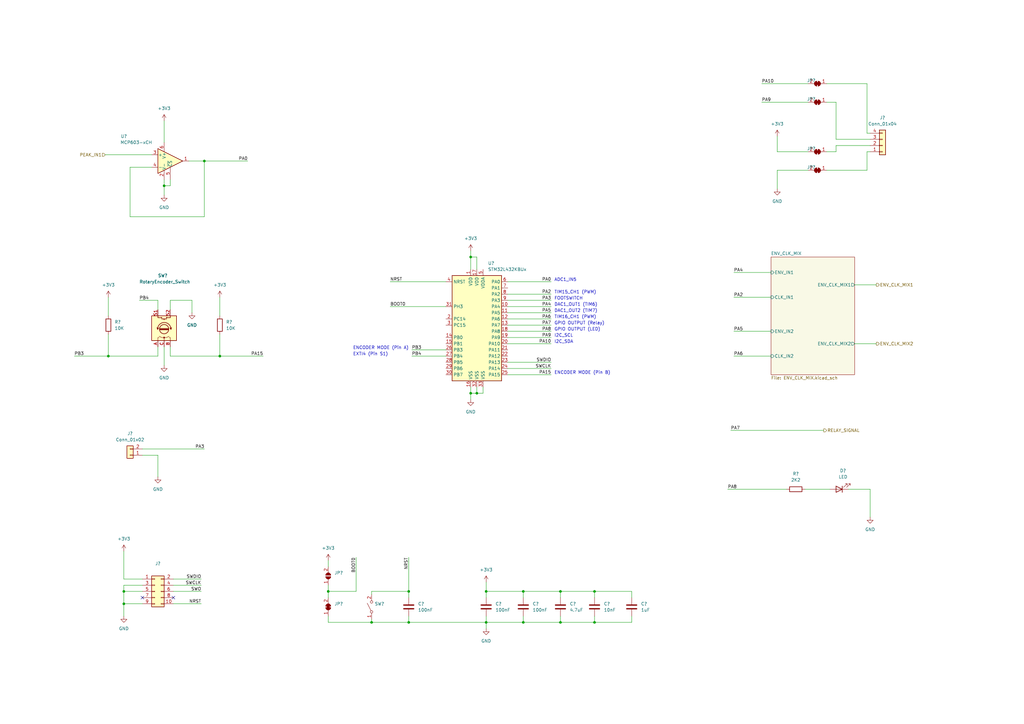
<source format=kicad_sch>
(kicad_sch (version 20211123) (generator eeschema)
  (paper "A3")
  (lib_symbols
    (symbol "Amplifier_Operational:MCP603-xCH" (pin_names (offset 0.127))
      (property "Reference" "U" (at 0 6.35 0))
      (property "Value" "MCP603-xCH" (at 0 3.81 0))
      (symbol "MCP603-xCH_0_1"
        (polyline (pts (xy -5.08 5.08) (xy 5.08 0) (xy -5.08 -5.08) (xy -5.08 5.08)) (stroke (width 0.254)) (fill (type background)))
      )
      (symbol "MCP603-xCH_1_1"
        (pin output line (at 7.62 0 180) (length 2.54) (name "~") (number "1"))
        (pin power_in line (at -2.54 -7.62 90) (length 3.81) (name "V-") (number "2"))
        (pin input line (at -7.62 2.54 0) (length 2.54) (name "+") (number "3"))
        (pin input line (at -7.62 -2.54 0) (length 2.54) (name "-") (number "4"))
        (pin input line (at 0 -7.62 90) (length 5.08) (name "~{CS}") (number "5"))
        (pin power_in line (at -2.54 7.62 270) (length 3.81) (name "V+") (number "6"))
      )
    )
    (symbol "Connector_Generic:Conn_01x02" (pin_names (offset 1.016) hide)
      (property "Reference" "J" (at 0 2.54 0))
      (property "Value" "Conn_01x02" (at 0 -5.08 0))
      (symbol "Conn_01x02_1_1"
        (rectangle (start -1.27 -2.413) (end 0 -2.667) (stroke (width 0.1524)))
        (rectangle (start -1.27 0.127) (end 0 -0.127) (stroke (width 0.1524)))
        (rectangle (start -1.27 1.27) (end 1.27 -3.81) (stroke (width 0.254)) (fill (type background)))
        (pin passive line (at -5.08 0 0) (length 3.81) (name "Pin_1") (number "1"))
        (pin passive line (at -5.08 -2.54 0) (length 3.81) (name "Pin_2") (number "2"))
      )
    )
    (symbol "Connector_Generic:Conn_01x04" (pin_names (offset 1.016) hide)
      (property "Reference" "J" (at 0 5.08 0))
      (property "Value" "Conn_01x04" (at 0 -7.62 0))
      (symbol "Conn_01x04_1_1"
        (rectangle (start -1.27 -4.953) (end 0 -5.207) (stroke (width 0.1524)))
        (rectangle (start -1.27 -2.413) (end 0 -2.667) (stroke (width 0.1524)))
        (rectangle (start -1.27 0.127) (end 0 -0.127) (stroke (width 0.1524)))
        (rectangle (start -1.27 2.667) (end 0 2.413) (stroke (width 0.1524)))
        (rectangle (start -1.27 3.81) (end 1.27 -6.35) (stroke (width 0.254)) (fill (type background)))
        (pin passive line (at -5.08 2.54 0) (length 3.81) (name "Pin_1") (number "1"))
        (pin passive line (at -5.08 0 0) (length 3.81) (name "Pin_2") (number "2"))
        (pin passive line (at -5.08 -2.54 0) (length 3.81) (name "Pin_3") (number "3"))
        (pin passive line (at -5.08 -5.08 0) (length 3.81) (name "Pin_4") (number "4"))
      )
    )
    (symbol "Connector_Generic:Conn_02x05_Odd_Even" (pin_names (offset 1.016) hide)
      (property "Reference" "J" (at 1.27 7.62 0))
      (property "Value" "Conn_02x05_Odd_Even" (at 1.27 -7.62 0))
      (symbol "Conn_02x05_Odd_Even_1_1"
        (rectangle (start -1.27 -4.953) (end 0 -5.207) (stroke (width 0.1524)))
        (rectangle (start -1.27 -2.413) (end 0 -2.667) (stroke (width 0.1524)))
        (rectangle (start -1.27 0.127) (end 0 -0.127) (stroke (width 0.1524)))
        (rectangle (start -1.27 2.667) (end 0 2.413) (stroke (width 0.1524)))
        (rectangle (start -1.27 5.207) (end 0 4.953) (stroke (width 0.1524)))
        (rectangle (start -1.27 6.35) (end 3.81 -6.35) (stroke (width 0.254)) (fill (type background)))
        (rectangle (start 3.81 -4.953) (end 2.54 -5.207) (stroke (width 0.1524)))
        (rectangle (start 3.81 -2.413) (end 2.54 -2.667) (stroke (width 0.1524)))
        (rectangle (start 3.81 0.127) (end 2.54 -0.127) (stroke (width 0.1524)))
        (rectangle (start 3.81 2.667) (end 2.54 2.413) (stroke (width 0.1524)))
        (rectangle (start 3.81 5.207) (end 2.54 4.953) (stroke (width 0.1524)))
        (pin passive line (at -5.08 5.08 0) (length 3.81) (name "Pin_1") (number "1"))
        (pin passive line (at 7.62 -5.08 180) (length 3.81) (name "Pin_10") (number "10"))
        (pin passive line (at 7.62 5.08 180) (length 3.81) (name "Pin_2") (number "2"))
        (pin passive line (at -5.08 2.54 0) (length 3.81) (name "Pin_3") (number "3"))
        (pin passive line (at 7.62 2.54 180) (length 3.81) (name "Pin_4") (number "4"))
        (pin passive line (at -5.08 0 0) (length 3.81) (name "Pin_5") (number "5"))
        (pin passive line (at 7.62 0 180) (length 3.81) (name "Pin_6") (number "6"))
        (pin passive line (at -5.08 -2.54 0) (length 3.81) (name "Pin_7") (number "7"))
        (pin passive line (at 7.62 -2.54 180) (length 3.81) (name "Pin_8") (number "8"))
        (pin passive line (at -5.08 -5.08 0) (length 3.81) (name "Pin_9") (number "9"))
      )
    )
    (symbol "Device:C" (pin_numbers hide) (pin_names (offset 0.254))
      (property "Reference" "C" (at 0.635 2.54 0))
      (property "Value" "C" (at 0.635 -2.54 0))
      (symbol "C_0_1"
        (polyline (pts (xy -2.032 -0.762) (xy 2.032 -0.762)) (stroke (width 0.508)))
        (polyline (pts (xy -2.032 0.762) (xy 2.032 0.762)) (stroke (width 0.508)))
      )
      (symbol "C_1_1"
        (pin passive line (at 0 3.81 270) (length 2.794) (name "~") (number "1"))
        (pin passive line (at 0 -3.81 90) (length 2.794) (name "~") (number "2"))
      )
    )
    (symbol "Device:LED" (pin_numbers hide) (pin_names (offset 1.016) hide)
      (property "Reference" "D" (at 0 2.54 0))
      (property "Value" "LED" (at 0 -2.54 0))
      (symbol "LED_0_1"
        (polyline (pts (xy -1.27 -1.27) (xy -1.27 1.27)) (stroke (width 0.254)))
        (polyline (pts (xy -1.27 0) (xy 1.27 0)))
        (polyline (pts (xy 1.27 -1.27) (xy 1.27 1.27) (xy -1.27 0) (xy 1.27 -1.27)) (stroke (width 0.254)))
        (polyline (pts (xy -3.048 -0.762) (xy -4.572 -2.286) (xy -3.81 -2.286) (xy -4.572 -2.286) (xy -4.572 -1.524)))
        (polyline (pts (xy -1.778 -0.762) (xy -3.302 -2.286) (xy -2.54 -2.286) (xy -3.302 -2.286) (xy -3.302 -1.524)))
      )
      (symbol "LED_1_1"
        (pin passive line (at -3.81 0 0) (length 2.54) (name "K") (number "1"))
        (pin passive line (at 3.81 0 180) (length 2.54) (name "A") (number "2"))
      )
    )
    (symbol "Device:R" (pin_numbers hide) (pin_names (offset 0))
      (property "Reference" "R" (at 2.032 0 90))
      (property "Value" "R" (at 0 0 90))
      (symbol "R_0_1"
        (rectangle (start -1.016 -2.54) (end 1.016 2.54) (stroke (width 0.254)))
      )
      (symbol "R_1_1"
        (pin passive line (at 0 3.81 270) (length 1.27) (name "~") (number "1"))
        (pin passive line (at 0 -3.81 90) (length 1.27) (name "~") (number "2"))
      )
    )
    (symbol "Device:RotaryEncoder_Switch" (pin_names (offset 0.254) hide)
      (property "Reference" "SW" (at 0 6.604 0))
      (property "Value" "RotaryEncoder_Switch" (at 0 -6.604 0))
      (symbol "RotaryEncoder_Switch_0_1"
        (rectangle (start -5.08 5.08) (end 5.08 -5.08) (stroke (width 0.254)) (fill (type background)))
        (circle (center -3.81 0) (radius 0.254) (fill (type outline)))
        (arc (start -0.381 -2.794) (mid 2.3622 -0.0508) (end -0.381 2.667) (stroke (width 0.254)))
        (circle (center -0.381 0) (radius 1.905) (stroke (width 0.254)))
        (polyline (pts (xy -0.635 -1.778) (xy -0.635 1.778)) (stroke (width 0.254)))
        (polyline (pts (xy -0.381 -1.778) (xy -0.381 1.778)) (stroke (width 0.254)))
        (polyline (pts (xy -0.127 1.778) (xy -0.127 -1.778)) (stroke (width 0.254)))
        (polyline (pts (xy 3.81 0) (xy 3.429 0)) (stroke (width 0.254)))
        (polyline (pts (xy 3.81 1.016) (xy 3.81 -1.016)) (stroke (width 0.254)))
        (polyline (pts (xy -5.08 -2.54) (xy -3.81 -2.54) (xy -3.81 -2.032)))
        (polyline (pts (xy -5.08 2.54) (xy -3.81 2.54) (xy -3.81 2.032)))
        (polyline (pts (xy 0.254 -3.048) (xy -0.508 -2.794) (xy 0.127 -2.413)) (stroke (width 0.254)))
        (polyline (pts (xy 0.254 2.921) (xy -0.508 2.667) (xy 0.127 2.286)) (stroke (width 0.254)))
        (polyline (pts (xy 5.08 -2.54) (xy 4.318 -2.54) (xy 4.318 -1.016)) (stroke (width 0.254)))
        (polyline (pts (xy 5.08 2.54) (xy 4.318 2.54) (xy 4.318 1.016)) (stroke (width 0.254)))
        (polyline (pts (xy -5.08 0) (xy -3.81 0) (xy -3.81 -1.016) (xy -3.302 -2.032)))
        (polyline (pts (xy -4.318 0) (xy -3.81 0) (xy -3.81 1.016) (xy -3.302 2.032)))
        (circle (center 4.318 -1.016) (radius 0.127) (stroke (width 0.254)))
        (circle (center 4.318 1.016) (radius 0.127) (stroke (width 0.254)))
      )
      (symbol "RotaryEncoder_Switch_1_1"
        (pin passive line (at -7.62 2.54 0) (length 2.54) (name "A") (number "A"))
        (pin passive line (at -7.62 -2.54 0) (length 2.54) (name "B") (number "B"))
        (pin passive line (at -7.62 0 0) (length 2.54) (name "C") (number "C"))
        (pin passive line (at 7.62 2.54 180) (length 2.54) (name "S1") (number "S1"))
        (pin passive line (at 7.62 -2.54 180) (length 2.54) (name "S2") (number "S2"))
      )
    )
    (symbol "Jumper:SolderJumper_2_Bridged" (pin_names (offset 0) hide)
      (property "Reference" "JP" (at 0 2.032 0))
      (property "Value" "SolderJumper_2_Bridged" (at 0 -2.54 0))
      (symbol "SolderJumper_2_Bridged_0_1"
        (rectangle (start -0.508 0.508) (end 0.508 -0.508) (fill (type outline)))
        (arc (start -0.254 1.016) (mid -1.27 0) (end -0.254 -1.016))
        (arc (start -0.254 1.016) (mid -1.27 0) (end -0.254 -1.016) (fill (type outline)))
        (polyline (pts (xy -0.254 1.016) (xy -0.254 -1.016)))
        (polyline (pts (xy 0.254 1.016) (xy 0.254 -1.016)))
        (arc (start 0.254 -1.016) (mid 1.27 0) (end 0.254 1.016))
        (arc (start 0.254 -1.016) (mid 1.27 0) (end 0.254 1.016) (fill (type outline)))
      )
      (symbol "SolderJumper_2_Bridged_1_1"
        (pin passive line (at -3.81 0 0) (length 2.54) (name "A") (number "1"))
        (pin passive line (at 3.81 0 180) (length 2.54) (name "B") (number "2"))
      )
    )
    (symbol "Jumper:SolderJumper_2_Open" (pin_names (offset 0) hide)
      (property "Reference" "JP" (at 0 2.032 0))
      (property "Value" "SolderJumper_2_Open" (at 0 -2.54 0))
      (symbol "SolderJumper_2_Open_0_1"
        (arc (start -0.254 1.016) (mid -1.27 0) (end -0.254 -1.016))
        (arc (start -0.254 1.016) (mid -1.27 0) (end -0.254 -1.016) (fill (type outline)))
        (polyline (pts (xy -0.254 1.016) (xy -0.254 -1.016)))
        (polyline (pts (xy 0.254 1.016) (xy 0.254 -1.016)))
        (arc (start 0.254 -1.016) (mid 1.27 0) (end 0.254 1.016))
        (arc (start 0.254 -1.016) (mid 1.27 0) (end 0.254 1.016) (fill (type outline)))
      )
      (symbol "SolderJumper_2_Open_1_1"
        (pin passive line (at -3.81 0 0) (length 2.54) (name "A") (number "1"))
        (pin passive line (at 3.81 0 180) (length 2.54) (name "B") (number "2"))
      )
    )
    (symbol "MCU_ST_STM32L4:STM32L432KBUx"
      (property "Reference" "U" (at -10.16 21.59 0))
      (property "Value" "STM32L432KBUx" (at 5.08 21.59 0))
      (symbol "STM32L432KBUx_0_1"
        (rectangle (start -10.16 -22.86) (end 10.16 20.32) (stroke (width 0.254)) (fill (type background)))
      )
      (symbol "STM32L432KBUx_1_1"
        (pin power_in line (at -2.54 22.86 270) (length 2.54) (name "VDD") (number "1"))
        (pin bidirectional line (at 12.7 7.62 180) (length 2.54) (name "PA4") (number "10"))
        (pin bidirectional line (at 12.7 5.08 180) (length 2.54) (name "PA5") (number "11"))
        (pin bidirectional line (at 12.7 2.54 180) (length 2.54) (name "PA6") (number "12"))
        (pin bidirectional line (at 12.7 0 180) (length 2.54) (name "PA7") (number "13"))
        (pin bidirectional line (at -12.7 -5.08 0) (length 2.54) (name "PB0") (number "14"))
        (pin bidirectional line (at -12.7 -7.62 0) (length 2.54) (name "PB1") (number "15"))
        (pin power_in line (at -2.54 -25.4 90) (length 2.54) (name "VSS") (number "16"))
        (pin power_in line (at 0 22.86 270) (length 2.54) (name "VDD") (number "17"))
        (pin bidirectional line (at 12.7 -2.54 180) (length 2.54) (name "PA8") (number "18"))
        (pin bidirectional line (at 12.7 -5.08 180) (length 2.54) (name "PA9") (number "19"))
        (pin bidirectional line (at -12.7 2.54 0) (length 2.54) (name "PC14") (number "2"))
        (pin bidirectional line (at 12.7 -7.62 180) (length 2.54) (name "PA10") (number "20"))
        (pin bidirectional line (at 12.7 -10.16 180) (length 2.54) (name "PA11") (number "21"))
        (pin bidirectional line (at 12.7 -12.7 180) (length 2.54) (name "PA12") (number "22"))
        (pin bidirectional line (at 12.7 -15.24 180) (length 2.54) (name "PA13") (number "23"))
        (pin bidirectional line (at 12.7 -17.78 180) (length 2.54) (name "PA14") (number "24"))
        (pin bidirectional line (at 12.7 -20.32 180) (length 2.54) (name "PA15") (number "25"))
        (pin bidirectional line (at -12.7 -10.16 0) (length 2.54) (name "PB3") (number "26"))
        (pin bidirectional line (at -12.7 -12.7 0) (length 2.54) (name "PB4") (number "27"))
        (pin bidirectional line (at -12.7 -15.24 0) (length 2.54) (name "PB5") (number "28"))
        (pin bidirectional line (at -12.7 -17.78 0) (length 2.54) (name "PB6") (number "29"))
        (pin bidirectional line (at -12.7 0 0) (length 2.54) (name "PC15") (number "3"))
        (pin bidirectional line (at -12.7 -20.32 0) (length 2.54) (name "PB7") (number "30"))
        (pin bidirectional line (at -12.7 7.62 0) (length 2.54) (name "PH3") (number "31"))
        (pin power_in line (at 0 -25.4 90) (length 2.54) (name "VSS") (number "32"))
        (pin power_in line (at 2.54 -25.4 90) (length 2.54) (name "VSS") (number "33"))
        (pin input line (at -12.7 17.78 0) (length 2.54) (name "NRST") (number "4"))
        (pin power_in line (at 2.54 22.86 270) (length 2.54) (name "VDDA") (number "5"))
        (pin bidirectional line (at 12.7 17.78 180) (length 2.54) (name "PA0") (number "6"))
        (pin bidirectional line (at 12.7 15.24 180) (length 2.54) (name "PA1") (number "7"))
        (pin bidirectional line (at 12.7 12.7 180) (length 2.54) (name "PA2") (number "8"))
        (pin bidirectional line (at 12.7 10.16 180) (length 2.54) (name "PA3") (number "9"))
      )
    )
    (symbol "Switch:SW_SPST" (pin_names (offset 0) hide)
      (property "Reference" "SW" (at 0 3.175 0))
      (property "Value" "SW_SPST" (at 0 -2.54 0))
      (symbol "SW_SPST_0_0"
        (circle (center -2.032 0) (radius 0.508))
        (polyline (pts (xy -1.524 0.254) (xy 1.524 1.778)))
        (circle (center 2.032 0) (radius 0.508))
      )
      (symbol "SW_SPST_1_1"
        (pin passive line (at -5.08 0 0) (length 2.54) (name "A") (number "1"))
        (pin passive line (at 5.08 0 180) (length 2.54) (name "B") (number "2"))
      )
    )
    (symbol "power:+3.3V" (power) (pin_names (offset 0))
      (property "Value" "+3.3V" (at 0 3.556 0))
      (symbol "+3.3V_0_1"
        (polyline (pts (xy -0.762 1.27) (xy 0 2.54)))
        (polyline (pts (xy 0 0) (xy 0 2.54)))
        (polyline (pts (xy 0 2.54) (xy 0.762 1.27)))
      )
      (symbol "+3.3V_1_1"
        (pin power_in line (at 0 0 90) (length 0) hide (name "+3V3") (number "1"))
      )
    )
    (symbol "power:GND" (power) (pin_names (offset 0))
      (property "Value" "GND" (at 0 -3.81 0))
      (symbol "GND_0_1"
        (polyline (pts (xy 0 0) (xy 0 -1.27) (xy 1.27 -1.27) (xy 0 -2.54) (xy -1.27 -1.27) (xy 0 -1.27)))
      )
      (symbol "GND_1_1"
        (pin power_in line (at 0 0 270) (length 0) hide (name "GND") (number "1"))
      )
    )
  )
  (junction (at 229.87 255.27))
  (junction (at 83.82 66.04))
  (junction (at 199.39 255.27))
  (junction (at 214.63 242.57))
  (junction (at 152.4 255.27))
  (junction (at 199.39 242.57))
  (junction (at 195.58 161.29))
  (junction (at 243.84 242.57))
  (junction (at 229.87 242.57))
  (junction (at 90.17 146.05))
  (junction (at 167.64 242.57))
  (junction (at 193.04 105.41))
  (junction (at 67.31 76.2))
  (junction (at 134.62 242.57))
  (junction (at 167.64 255.27))
  (junction (at 243.84 255.27))
  (junction (at 44.45 146.05))
  (junction (at 214.63 255.27))
  (junction (at 193.04 161.29))
  (junction (at 50.8 242.57))
  (junction (at 50.8 247.65))
  (no_connect (at 58.42 245.11))
  (no_connect (at 71.12 245.11))
  (wire (pts (xy 339.09 41.91) (xy 342.9 41.91)))
  (wire (pts (xy 69.85 73.66) (xy 69.85 76.2)))
  (wire (pts (xy 299.72 176.53) (xy 337.82 176.53)))
  (wire (pts (xy 50.8 247.65) (xy 50.8 252.73)))
  (wire (pts (xy 67.31 49.53) (xy 67.31 58.42)))
  (wire (pts (xy 208.28 115.57) (xy 226.06 115.57)))
  (wire (pts (xy 83.82 88.9) (xy 83.82 66.04)))
  (wire (pts (xy 69.85 76.2) (xy 67.31 76.2)))
  (wire (pts (xy 167.64 228.6) (xy 167.64 242.57)))
  (wire (pts (xy 90.17 121.92) (xy 90.17 129.54)))
  (wire (pts (xy 342.9 57.15) (xy 356.87 57.15)))
  (wire (pts (xy 312.42 34.29) (xy 331.47 34.29)))
  (wire (pts (xy 71.12 237.49) (xy 82.55 237.49)))
  (wire (pts (xy 259.08 252.73) (xy 259.08 255.27)))
  (wire (pts (xy 195.58 105.41) (xy 193.04 105.41)))
  (wire (pts (xy 58.42 237.49) (xy 50.8 237.49)))
  (wire (pts (xy 134.62 255.27) (xy 134.62 252.73)))
  (wire (pts (xy 193.04 158.75) (xy 193.04 161.29)))
  (wire (pts (xy 71.12 247.65) (xy 82.55 247.65)))
  (wire (pts (xy 199.39 255.27) (xy 214.63 255.27)))
  (wire (pts (xy 195.58 110.49) (xy 195.58 105.41)))
  (wire (pts (xy 90.17 146.05) (xy 107.95 146.05)))
  (wire (pts (xy 168.91 146.05) (xy 182.88 146.05)))
  (wire (pts (xy 134.62 240.03) (xy 134.62 242.57)))
  (wire (pts (xy 58.42 184.15) (xy 83.82 184.15)))
  (wire (pts (xy 229.87 255.27) (xy 243.84 255.27)))
  (wire (pts (xy 58.42 240.03) (xy 50.8 240.03)))
  (wire (pts (xy 355.6 54.61) (xy 356.87 54.61)))
  (wire (pts (xy 298.45 200.66) (xy 322.58 200.66)))
  (wire (pts (xy 198.12 161.29) (xy 198.12 158.75)))
  (wire (pts (xy 152.4 242.57) (xy 167.64 242.57)))
  (wire (pts (xy 160.02 125.73) (xy 182.88 125.73)))
  (wire (pts (xy 146.05 228.6) (xy 146.05 242.57)))
  (wire (pts (xy 208.28 128.27) (xy 226.06 128.27)))
  (wire (pts (xy 64.77 186.69) (xy 64.77 195.58)))
  (wire (pts (xy 208.28 123.19) (xy 226.06 123.19)))
  (wire (pts (xy 214.63 245.11) (xy 214.63 242.57)))
  (wire (pts (xy 339.09 62.23) (xy 342.9 62.23)))
  (wire (pts (xy 44.45 137.16) (xy 44.45 146.05)))
  (wire (pts (xy 208.28 151.13) (xy 226.06 151.13)))
  (wire (pts (xy 64.77 127) (xy 64.77 123.19)))
  (wire (pts (xy 229.87 242.57) (xy 229.87 245.11)))
  (wire (pts (xy 356.87 200.66) (xy 356.87 212.09)))
  (wire (pts (xy 160.02 115.57) (xy 182.88 115.57)))
  (wire (pts (xy 44.45 121.92) (xy 44.45 129.54)))
  (wire (pts (xy 62.23 68.58) (xy 53.34 68.58)))
  (wire (pts (xy 199.39 252.73) (xy 199.39 255.27)))
  (wire (pts (xy 195.58 161.29) (xy 198.12 161.29)))
  (wire (pts (xy 347.98 200.66) (xy 356.87 200.66)))
  (wire (pts (xy 208.28 153.67) (xy 226.06 153.67)))
  (wire (pts (xy 83.82 66.04) (xy 101.6 66.04)))
  (wire (pts (xy 50.8 240.03) (xy 50.8 242.57)))
  (wire (pts (xy 355.6 34.29) (xy 339.09 34.29)))
  (wire (pts (xy 208.28 125.73) (xy 226.06 125.73)))
  (wire (pts (xy 168.91 143.51) (xy 182.88 143.51)))
  (wire (pts (xy 331.47 69.85) (xy 318.77 69.85)))
  (wire (pts (xy 134.62 229.87) (xy 134.62 232.41)))
  (wire (pts (xy 342.9 41.91) (xy 342.9 57.15)))
  (wire (pts (xy 69.85 146.05) (xy 90.17 146.05)))
  (wire (pts (xy 167.64 242.57) (xy 167.64 245.11)))
  (wire (pts (xy 152.4 255.27) (xy 134.62 255.27)))
  (wire (pts (xy 69.85 123.19) (xy 78.74 123.19)))
  (wire (pts (xy 208.28 120.65) (xy 226.06 120.65)))
  (wire (pts (xy 208.28 130.81) (xy 226.06 130.81)))
  (wire (pts (xy 300.99 146.05) (xy 316.23 146.05)))
  (wire (pts (xy 342.9 62.23) (xy 342.9 59.69)))
  (wire (pts (xy 193.04 102.87) (xy 193.04 105.41)))
  (wire (pts (xy 67.31 76.2) (xy 67.31 80.01)))
  (wire (pts (xy 43.18 63.5) (xy 62.23 63.5)))
  (wire (pts (xy 53.34 68.58) (xy 53.34 88.9)))
  (wire (pts (xy 71.12 240.03) (xy 82.55 240.03)))
  (wire (pts (xy 44.45 146.05) (xy 64.77 146.05)))
  (wire (pts (xy 199.39 242.57) (xy 199.39 245.11)))
  (wire (pts (xy 312.42 41.91) (xy 331.47 41.91)))
  (wire (pts (xy 58.42 186.69) (xy 64.77 186.69)))
  (wire (pts (xy 67.31 142.24) (xy 67.31 149.86)))
  (wire (pts (xy 208.28 140.97) (xy 226.06 140.97)))
  (wire (pts (xy 243.84 252.73) (xy 243.84 255.27)))
  (wire (pts (xy 214.63 252.73) (xy 214.63 255.27)))
  (wire (pts (xy 214.63 242.57) (xy 199.39 242.57)))
  (wire (pts (xy 152.4 242.57) (xy 152.4 243.84)))
  (wire (pts (xy 64.77 142.24) (xy 64.77 146.05)))
  (wire (pts (xy 300.99 121.92) (xy 316.23 121.92)))
  (wire (pts (xy 355.6 34.29) (xy 355.6 54.61)))
  (wire (pts (xy 208.28 133.35) (xy 226.06 133.35)))
  (wire (pts (xy 69.85 142.24) (xy 69.85 146.05)))
  (wire (pts (xy 342.9 59.69) (xy 356.87 59.69)))
  (wire (pts (xy 152.4 255.27) (xy 167.64 255.27)))
  (wire (pts (xy 199.39 255.27) (xy 167.64 255.27)))
  (wire (pts (xy 193.04 105.41) (xy 193.04 110.49)))
  (wire (pts (xy 78.74 123.19) (xy 78.74 128.27)))
  (wire (pts (xy 229.87 255.27) (xy 229.87 252.73)))
  (wire (pts (xy 355.6 62.23) (xy 356.87 62.23)))
  (wire (pts (xy 318.77 55.88) (xy 318.77 62.23)))
  (wire (pts (xy 50.8 242.57) (xy 58.42 242.57)))
  (wire (pts (xy 195.58 158.75) (xy 195.58 161.29)))
  (wire (pts (xy 53.34 88.9) (xy 83.82 88.9)))
  (wire (pts (xy 50.8 242.57) (xy 50.8 247.65)))
  (wire (pts (xy 330.2 200.66) (xy 340.36 200.66)))
  (wire (pts (xy 167.64 255.27) (xy 167.64 252.73)))
  (wire (pts (xy 339.09 69.85) (xy 355.6 69.85)))
  (wire (pts (xy 243.84 255.27) (xy 259.08 255.27)))
  (wire (pts (xy 199.39 255.27) (xy 199.39 257.81)))
  (wire (pts (xy 229.87 242.57) (xy 243.84 242.57)))
  (wire (pts (xy 134.62 245.11) (xy 134.62 242.57)))
  (wire (pts (xy 90.17 137.16) (xy 90.17 146.05)))
  (wire (pts (xy 50.8 226.06) (xy 50.8 237.49)))
  (wire (pts (xy 199.39 238.76) (xy 199.39 242.57)))
  (wire (pts (xy 259.08 242.57) (xy 259.08 245.11)))
  (wire (pts (xy 152.4 254) (xy 152.4 255.27)))
  (wire (pts (xy 50.8 247.65) (xy 58.42 247.65)))
  (wire (pts (xy 71.12 242.57) (xy 82.55 242.57)))
  (wire (pts (xy 318.77 69.85) (xy 318.77 77.47)))
  (wire (pts (xy 208.28 135.89) (xy 226.06 135.89)))
  (wire (pts (xy 208.28 138.43) (xy 226.06 138.43)))
  (wire (pts (xy 300.99 135.89) (xy 316.23 135.89)))
  (wire (pts (xy 208.28 148.59) (xy 226.06 148.59)))
  (wire (pts (xy 83.82 66.04) (xy 77.47 66.04)))
  (wire (pts (xy 350.52 140.97) (xy 359.41 140.97)))
  (wire (pts (xy 67.31 73.66) (xy 67.31 76.2)))
  (wire (pts (xy 193.04 161.29) (xy 195.58 161.29)))
  (wire (pts (xy 214.63 242.57) (xy 229.87 242.57)))
  (wire (pts (xy 64.77 123.19) (xy 57.15 123.19)))
  (wire (pts (xy 243.84 242.57) (xy 243.84 245.11)))
  (wire (pts (xy 318.77 62.23) (xy 331.47 62.23)))
  (wire (pts (xy 134.62 242.57) (xy 146.05 242.57)))
  (wire (pts (xy 214.63 255.27) (xy 229.87 255.27)))
  (wire (pts (xy 350.52 116.84) (xy 359.41 116.84)))
  (wire (pts (xy 243.84 242.57) (xy 259.08 242.57)))
  (wire (pts (xy 355.6 69.85) (xy 355.6 62.23)))
  (wire (pts (xy 30.48 146.05) (xy 44.45 146.05)))
  (wire (pts (xy 193.04 161.29) (xy 193.04 163.83)))
  (wire (pts (xy 69.85 127) (xy 69.85 123.19)))
  (wire (pts (xy 300.99 111.76) (xy 316.23 111.76)))
  (text "ADC1_IN5" (at 227.33 115.57 0) (effects (font (size 1.27 1.27)) (justify left bottom)))
  (text "GPIO OUTPUT (LED)" (at 227.33 135.89 0) (effects (font (size 1.27 1.27)) (justify left bottom)))
  (text "I2C_SCL" (at 227.33 138.43 0) (effects (font (size 1.27 1.27)) (justify left bottom)))
  (text "ENCODER MODE (Pin A)" (at 144.78 143.51 0) (effects (font (size 1.27 1.27)) (justify left bottom)))
  (text "ENCODER MODE (Pin B)" (at 227.33 153.67 0) (effects (font (size 1.27 1.27)) (justify left bottom)))
  (text "DAC1_OUT1 (TIM6)" (at 227.33 125.73 0) (effects (font (size 1.27 1.27)) (justify left bottom)))
  (text "DAC1_OUT2 (TIM7)" (at 227.33 128.27 0) (effects (font (size 1.27 1.27)) (justify left bottom)))
  (text "I2C_SDA" (at 227.33 140.97 0) (effects (font (size 1.27 1.27)) (justify left bottom)))
  (text "EXTI4 (Pin S1)" (at 144.78 146.05 0) (effects (font (size 1.27 1.27)) (justify left bottom)))
  (text "FOOTSWITCH" (at 227.33 123.19 0) (effects (font (size 1.27 1.27)) (justify left bottom)))
  (text "GPIO OUTPUT (Relay)" (at 227.33 133.35 0) (effects (font (size 1.27 1.27)) (justify left bottom)))
  (text "TIM16_CH1 (PWM)" (at 227.33 130.81 0) (effects (font (size 1.27 1.27)) (justify left bottom)))
  (text "TIM15_CH1 (PWM)" (at 227.33 120.65 0) (effects (font (size 1.27 1.27)) (justify left bottom)))
  (label "PA2" (at 226.06 120.65 180))
  (label "PA3" (at 226.06 123.19 180))
  (label "PA7" (at 299.72 176.53 0))
  (label "SWCLK" (at 226.06 151.13 180))
  (label "PA4" (at 226.06 125.73 180))
  (label "NRST" (at 160.02 115.57 0))
  (label "SWDIO" (at 82.55 237.49 180))
  (label "PA0" (at 101.6 66.04 180))
  (label "PA4" (at 300.99 111.76 0))
  (label "PB3" (at 168.91 143.51 0))
  (label "PB4" (at 168.91 146.05 0))
  (label "PA7" (at 226.06 133.35 180))
  (label "PA6" (at 300.99 146.05 0))
  (label "PA15" (at 226.06 153.67 180))
  (label "PA10" (at 226.06 140.97 180))
  (label "PA9" (at 312.42 41.91 0))
  (label "PA2" (at 300.99 121.92 0))
  (label "PB4" (at 57.15 123.19 0))
  (label "NRST" (at 167.64 228.6 270))
  (label "PA6" (at 226.06 130.81 180))
  (label "PA5" (at 226.06 128.27 180))
  (label "PA15" (at 107.95 146.05 180))
  (label "SWDIO" (at 226.06 148.59 180))
  (label "PB3" (at 30.48 146.05 0))
  (label "PA3" (at 83.82 184.15 180))
  (label "BOOT0" (at 146.05 228.6 270))
  (label "SWO" (at 82.55 242.57 180))
  (label "PA0" (at 226.06 115.57 180))
  (label "PA9" (at 226.06 138.43 180))
  (label "PA10" (at 312.42 34.29 0))
  (label "SWCLK" (at 82.55 240.03 180))
  (label "PA8" (at 298.45 200.66 0))
  (label "BOOT0" (at 160.02 125.73 0))
  (label "PA8" (at 226.06 135.89 180))
  (label "NRST" (at 82.55 247.65 180))
  (label "PA5" (at 300.99 135.89 0))
  (hierarchical_label "PEAK_IN1" (shape input) (at 43.18 63.5 180))
  (hierarchical_label "ENV_CLK_MIX1" (shape output) (at 359.41 116.84 0))
  (hierarchical_label "RELAY_SIGNAL" (shape output) (at 337.82 176.53 0))
  (hierarchical_label "ENV_CLK_MIX2" (shape output) (at 359.41 140.97 0))
  (symbol (lib_id "power:GND") (at 67.31 80.01 0) (unit 1)
    (property "Reference" "#PWR?" (effects hide))
    (property "Value" "GND" (at 67.31 85.09 0))
  )
  (symbol (lib_id "Device:C") (at 199.39 248.92 0) (unit 1)
    (property "Reference" "C?" (at 203.2 247.6499 0) (effects (justify left)))
    (property "Value" "100nF" (at 203.2 250.1899 0) (effects (justify left)))
    (property "Footprint" "Capacitor_SMD:C_0805_2012Metric_Pad1.18x1.45mm_HandSolder" (effects hide))
  )
  (symbol (lib_id "power:+3.3V") (at 318.77 55.88 0) (unit 1)
    (property "Reference" "#PWR?" (effects hide))
    (property "Value" "+3.3V" (at 318.77 50.8 0))
  )
  (symbol (lib_id "power:GND") (at 356.87 212.09 0) (unit 1)
    (property "Reference" "#PWR?" (effects hide))
    (property "Value" "GND" (at 356.87 217.17 0))
  )
  (symbol (lib_id "power:GND") (at 50.8 252.73 0) (unit 1)
    (property "Reference" "#PWR?" (effects hide))
    (property "Value" "GND" (at 50.8 257.81 0))
  )
  (symbol (lib_id "Device:C") (at 214.63 248.92 0) (unit 1)
    (property "Reference" "C?" (at 218.44 247.6499 0) (effects (justify left)))
    (property "Value" "100nF" (at 218.44 250.1899 0) (effects (justify left)))
    (property "Footprint" "Capacitor_SMD:C_0805_2012Metric_Pad1.18x1.45mm_HandSolder" (effects hide))
  )
  (symbol (lib_id "Device:C") (at 243.84 248.92 0) (unit 1)
    (property "Reference" "C?" (at 247.65 247.6499 0) (effects (justify left)))
    (property "Value" "10nF" (at 247.65 250.1899 0) (effects (justify left)))
    (property "Footprint" "Capacitor_SMD:C_0805_2012Metric_Pad1.18x1.45mm_HandSolder" (effects hide))
  )
  (symbol (lib_id "power:GND") (at 78.74 128.27 0) (mirror y) (unit 1)
    (property "Reference" "#PWR?" (effects hide))
    (property "Value" "GND" (at 78.74 133.35 0))
  )
  (symbol (lib_id "power:+3.3V") (at 193.04 102.87 0) (unit 1)
    (property "Reference" "#PWR?" (effects hide))
    (property "Value" "+3.3V" (at 193.04 97.79 0))
  )
  (symbol (lib_id "Connector_Generic:Conn_02x05_Odd_Even") (at 63.5 242.57 0) (unit 1)
    (property "Reference" "J?" (at 64.77 231.14 0))
    (property "Value" "Conn_02x05_Odd_Even" (effects hide))
    (property "Footprint" "Connector_PinHeader_1.27mm:PinHeader_2x05_P1.27mm_Vertical_SMD" (effects hide))
  )
  (symbol (lib_id "Connector_Generic:Conn_01x02") (at 53.34 186.69 180) (unit 1)
    (property "Reference" "J?" (at 53.34 177.8 0))
    (property "Value" "Conn_01x02" (at 53.34 180.34 0))
    (property "Footprint" "Connector_PinHeader_2.54mm:PinHeader_1x02_P2.54mm_Vertical" (effects hide))
  )
  (symbol (lib_id "power:+3.3V") (at 90.17 121.92 0) (unit 1)
    (property "Reference" "#PWR?" (effects hide))
    (property "Value" "+3.3V" (at 90.17 116.84 0))
  )
  (symbol (lib_id "Amplifier_Operational:MCP603-xCH") (at 69.85 66.04 0) (unit 1)
    (property "Reference" "U?" (at 50.8 55.88 0))
    (property "Value" "MCP603-xCH" (at 55.88 58.42 0))
    (property "Footprint" "Package_TO_SOT_SMD:SOT-23-6" (effects hide))
    (property "Datasheet" "http://ww1.microchip.com/downloads/en/DeviceDoc/21314g.pdf" (effects hide))
  )
  (symbol (lib_id "power:+3.3V") (at 50.8 226.06 0) (unit 1)
    (property "Reference" "#PWR?" (effects hide))
    (property "Value" "+3.3V" (at 50.8 220.98 0))
  )
  (symbol (lib_id "Device:C") (at 167.64 248.92 0) (unit 1)
    (property "Reference" "C?" (at 171.45 247.6499 0) (effects (justify left)))
    (property "Value" "100nF" (at 171.45 250.1899 0) (effects (justify left)))
    (property "Footprint" "Capacitor_SMD:C_0805_2012Metric_Pad1.18x1.45mm_HandSolder" (effects hide))
  )
  (symbol (lib_id "power:+3.3V") (at 199.39 238.76 0) (unit 1)
    (property "Reference" "#PWR?" (effects hide))
    (property "Value" "+3.3V" (at 199.39 233.68 0))
  )
  (symbol (lib_id "Device:R") (at 44.45 133.35 0) (unit 1)
    (property "Reference" "R?" (at 46.99 132.0799 0) (effects (justify left)))
    (property "Value" "10K" (at 46.99 134.6199 0) (effects (justify left)))
    (property "Footprint" "Resistor_SMD:R_0805_2012Metric_Pad1.20x1.40mm_HandSolder" (effects hide))
  )
  (symbol (lib_id "Device:RotaryEncoder_Switch") (at 67.31 134.62 90) (unit 1)
    (property "Reference" "SW?" (at 64.77 113.03 90) (effects (justify right)))
    (property "Value" "RotaryEncoder_Switch" (at 57.15 115.57 90) (effects (justify right)))
    (property "Footprint" "Rotary_Encoder:RotaryEncoder_Alps_EC11E-Switch_Vertical_H20mm" (effects hide))
  )
  (symbol (lib_id "Switch:SW_SPST") (at 152.4 248.92 90) (unit 1)
    (property "Reference" "SW?" (at 153.67 247.6499 90) (effects (justify right)))
    (property "Value" "SW_SPST" (effects hide))
  )
  (symbol (lib_id "Jumper:SolderJumper_2_Bridged") (at 335.28 41.91 180) (unit 1)
    (property "Reference" "JP?" (at 332.74 40.64 0))
    (property "Value" "SolderJumper_2_Bridged" (effects hide))
  )
  (symbol (lib_id "Jumper:SolderJumper_2_Bridged") (at 335.28 34.29 180) (unit 1)
    (property "Reference" "JP?" (at 332.74 33.02 0))
    (property "Value" "SolderJumper_2_Bridged" (effects hide))
  )
  (symbol (lib_id "power:GND") (at 199.39 257.81 0) (unit 1)
    (property "Reference" "#PWR?" (effects hide))
    (property "Value" "GND" (at 199.39 262.89 0))
  )
  (symbol (lib_id "Device:C") (at 259.08 248.92 0) (unit 1)
    (property "Reference" "C?" (at 262.89 247.6499 0) (effects (justify left)))
    (property "Value" "1uF" (at 262.89 250.1899 0) (effects (justify left)))
    (property "Footprint" "Capacitor_SMD:C_0805_2012Metric_Pad1.18x1.45mm_HandSolder" (effects hide))
  )
  (symbol (lib_id "power:GND") (at 318.77 77.47 0) (unit 1)
    (property "Reference" "#PWR?" (effects hide))
    (property "Value" "GND" (at 318.77 82.55 0))
  )
  (symbol (lib_id "Device:R") (at 90.17 133.35 0) (unit 1)
    (property "Reference" "R?" (at 92.71 132.0799 0) (effects (justify left)))
    (property "Value" "10K" (at 92.71 134.6199 0) (effects (justify left)))
    (property "Footprint" "Resistor_SMD:R_0805_2012Metric_Pad1.20x1.40mm_HandSolder" (effects hide))
  )
  (symbol (lib_id "Jumper:SolderJumper_2_Bridged") (at 335.28 62.23 180) (unit 1)
    (property "Reference" "JP?" (at 332.74 60.96 0))
    (property "Value" "SolderJumper_2_Bridged" (effects hide))
  )
  (symbol (lib_id "Jumper:SolderJumper_2_Bridged") (at 134.62 248.92 90) (unit 1)
    (property "Reference" "JP?" (at 137.16 247.6499 90) (effects (justify right)))
    (property "Value" "SolderJumper_2_Bridged" (effects hide))
  )
  (symbol (lib_id "power:+3.3V") (at 134.62 229.87 0) (unit 1)
    (property "Reference" "#PWR?" (effects hide))
    (property "Value" "+3.3V" (at 134.62 224.79 0))
  )
  (symbol (lib_id "MCU_ST_STM32L4:STM32L432KBUx") (at 195.58 133.35 0) (unit 1)
    (property "Reference" "U?" (at 200.1394 107.95 0) (effects (justify left)))
    (property "Value" "STM32L432KBUx" (at 200.1394 110.49 0) (effects (justify left)))
    (property "Footprint" "Package_DFN_QFN:QFN-32-1EP_5x5mm_P0.5mm_EP3.45x3.45mm" (effects hide))
    (property "Datasheet" "http://www.st.com/st-web-ui/static/active/en/resource/technical/document/datasheet/DM00257205.pdf" (effects hide))
  )
  (symbol (lib_id "power:GND") (at 64.77 195.58 0) (unit 1)
    (property "Reference" "#PWR?" (effects hide))
    (property "Value" "GND" (at 64.77 200.66 0))
  )
  (symbol (lib_id "Jumper:SolderJumper_2_Bridged") (at 335.28 69.85 180) (unit 1)
    (property "Reference" "JP?" (at 332.74 68.58 0))
    (property "Value" "SolderJumper_2_Bridged" (effects hide))
  )
  (symbol (lib_id "power:+3.3V") (at 67.31 49.53 0) (unit 1)
    (property "Reference" "#PWR?" (effects hide))
    (property "Value" "+3.3V" (at 67.31 44.45 0))
  )
  (symbol (lib_id "power:GND") (at 193.04 163.83 0) (unit 1)
    (property "Reference" "#PWR?" (effects hide))
    (property "Value" "GND" (at 193.04 168.91 0))
  )
  (symbol (lib_id "Connector_Generic:Conn_01x04") (at 361.95 59.69 0) (mirror x) (unit 1)
    (property "Reference" "J?" (at 361.95 48.26 0))
    (property "Value" "Conn_01x04" (at 361.95 50.8 0))
  )
  (symbol (lib_id "power:GND") (at 67.31 149.86 0) (unit 1)
    (property "Reference" "#PWR?" (effects hide))
    (property "Value" "GND" (at 67.31 154.94 0))
  )
  (symbol (lib_id "Device:LED") (at 344.17 200.66 180) (unit 1)
    (property "Reference" "D?" (at 345.7575 193.04 0))
    (property "Value" "LED" (at 345.7575 195.58 0))
  )
  (symbol (lib_id "Device:C") (at 229.87 248.92 0) (unit 1)
    (property "Reference" "C?" (at 233.68 247.6499 0) (effects (justify left)))
    (property "Value" "4.7uF" (at 233.68 250.1899 0) (effects (justify left)))
    (property "Footprint" "Capacitor_SMD:C_0805_2012Metric_Pad1.18x1.45mm_HandSolder" (effects hide))
  )
  (symbol (lib_id "power:+3.3V") (at 44.45 121.92 0) (unit 1)
    (property "Reference" "#PWR?" (effects hide))
    (property "Value" "+3.3V" (at 44.45 116.84 0))
  )
  (symbol (lib_id "Jumper:SolderJumper_2_Open") (at 134.62 236.22 90) (unit 1)
    (property "Reference" "JP?" (at 137.16 234.9499 90) (effects (justify right)))
    (property "Value" "SolderJumper_2_Open" (effects hide))
  )
  (symbol (lib_id "Device:R") (at 326.39 200.66 90) (unit 1)
    (property "Reference" "R?" (at 326.39 194.31 90))
    (property "Value" "2K2" (at 326.39 196.85 90))
    (property "Footprint" "Resistor_SMD:R_0805_2012Metric_Pad1.20x1.40mm_HandSolder" (effects hide))
  )
  (sheet (at 316.23 105.41) (size 34.29 48.26) (stroke (width 0.1524)) (fill (color 194 194 0 0.1000))
    (property "Sheet name" "ENV_CLK_MIX" (at 316.23 104.6984 0) (effects (justify left bottom)))
    (property "Sheet file" "ENV_CLK_MIX.kicad_sch" (at 316.23 154.2546 0) (effects (justify left top)))
    (pin "ENV_IN1" input (at 316.23 111.76 180))
    (pin "CLK_IN1" input (at 316.23 121.92 180))
    (pin "ENV_IN2" input (at 316.23 135.89 180))
    (pin "CLK_IN2" input (at 316.23 146.05 180))
    (pin "ENV_CLK_MIX2" output (at 350.52 140.97 0))
    (pin "ENV_CLK_MIX1" output (at 350.52 116.84 0))
  )
)
</source>
